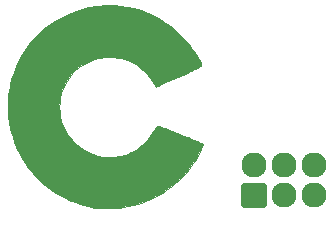
<source format=gbr>
G04 #@! TF.GenerationSoftware,KiCad,Pcbnew,(5.1.10)-1*
G04 #@! TF.CreationDate,2021-09-01T23:54:38-05:00*
G04 #@! TF.ProjectId,Bsides-KC-2021-WireX-Sponsor-SAO-SVG2Shenzen v1_00 (Paths),42736964-6573-42d4-9b43-2d323032312d,rev?*
G04 #@! TF.SameCoordinates,Original*
G04 #@! TF.FileFunction,Soldermask,Top*
G04 #@! TF.FilePolarity,Negative*
%FSLAX46Y46*%
G04 Gerber Fmt 4.6, Leading zero omitted, Abs format (unit mm)*
G04 Created by KiCad (PCBNEW (5.1.10)-1) date 2021-09-01 23:54:38*
%MOMM*%
%LPD*%
G01*
G04 APERTURE LIST*
%ADD10C,0.010000*%
%ADD11C,2.127200*%
%ADD12O,2.127200X2.127200*%
G04 APERTURE END LIST*
D10*
G04 #@! TO.C,G\u002A\u002A\u002A*
G36*
X137643854Y-92387696D02*
G01*
X137874318Y-92392266D01*
X138088442Y-92400826D01*
X138276569Y-92413379D01*
X138383584Y-92424064D01*
X139001596Y-92517686D01*
X139603884Y-92650471D01*
X140190144Y-92822321D01*
X140760072Y-93033134D01*
X141313365Y-93282812D01*
X141814190Y-93550645D01*
X142164683Y-93768617D01*
X142515032Y-94018410D01*
X142867856Y-94302158D01*
X143225771Y-94621994D01*
X143591395Y-94980053D01*
X143683432Y-95074875D01*
X143970109Y-95382169D01*
X144224751Y-95675391D01*
X144452264Y-95961146D01*
X144657553Y-96246040D01*
X144845524Y-96536676D01*
X145021083Y-96839661D01*
X145091599Y-96970861D01*
X145166657Y-97116446D01*
X145221460Y-97230287D01*
X145257684Y-97316849D01*
X145277003Y-97380598D01*
X145281093Y-97426000D01*
X145273154Y-97454836D01*
X145236920Y-97493880D01*
X145162808Y-97547653D01*
X145052297Y-97615295D01*
X144906867Y-97695946D01*
X144727998Y-97788746D01*
X144531895Y-97885704D01*
X144456296Y-97921631D01*
X144351044Y-97970571D01*
X144219679Y-98030943D01*
X144065744Y-98101167D01*
X143892780Y-98179660D01*
X143704328Y-98264842D01*
X143503931Y-98355132D01*
X143295130Y-98448948D01*
X143081466Y-98544709D01*
X142866482Y-98640833D01*
X142653718Y-98735741D01*
X142446717Y-98827850D01*
X142249019Y-98915579D01*
X142064168Y-98997347D01*
X141895704Y-99071574D01*
X141747168Y-99136677D01*
X141622104Y-99191075D01*
X141524051Y-99233188D01*
X141456552Y-99261434D01*
X141423149Y-99274231D01*
X141420466Y-99274834D01*
X141404237Y-99257451D01*
X141371609Y-99209709D01*
X141326812Y-99138214D01*
X141274079Y-99049573D01*
X141254428Y-99015542D01*
X141185575Y-98898462D01*
X141108975Y-98773154D01*
X141034121Y-98654896D01*
X140972383Y-98561694D01*
X140723430Y-98235818D01*
X140443129Y-97936780D01*
X140134466Y-97666655D01*
X139800426Y-97427519D01*
X139443996Y-97221447D01*
X139068164Y-97050514D01*
X138675914Y-96916796D01*
X138560192Y-96885447D01*
X138196085Y-96810588D01*
X137817000Y-96766664D01*
X137432510Y-96753794D01*
X137052183Y-96772095D01*
X136685591Y-96821684D01*
X136502226Y-96860193D01*
X136169816Y-96956153D01*
X135835254Y-97084496D01*
X135505999Y-97241015D01*
X135189512Y-97421505D01*
X134893255Y-97621759D01*
X134624688Y-97837571D01*
X134419794Y-98034258D01*
X134230156Y-98253142D01*
X134045452Y-98503299D01*
X133873236Y-98773751D01*
X133727467Y-99040692D01*
X133565998Y-99407803D01*
X133440180Y-99791492D01*
X133350040Y-100187379D01*
X133295600Y-100591086D01*
X133276885Y-100998235D01*
X133293919Y-101404447D01*
X133346727Y-101805344D01*
X133435332Y-102196546D01*
X133559758Y-102573676D01*
X133706127Y-102904917D01*
X133898968Y-103243224D01*
X134128267Y-103564275D01*
X134390793Y-103865546D01*
X134683316Y-104144513D01*
X135002605Y-104398651D01*
X135345431Y-104625437D01*
X135708564Y-104822346D01*
X136088772Y-104986854D01*
X136482827Y-105116436D01*
X136563977Y-105138188D01*
X136926705Y-105215521D01*
X137279420Y-105256617D01*
X137629358Y-105261439D01*
X137983756Y-105229947D01*
X138349850Y-105162102D01*
X138489417Y-105127856D01*
X138793279Y-105040368D01*
X139064528Y-104943647D01*
X139312567Y-104833639D01*
X139546796Y-104706288D01*
X139716769Y-104598496D01*
X139992206Y-104398889D01*
X140260710Y-104176143D01*
X140516465Y-103936329D01*
X140753658Y-103685516D01*
X140966474Y-103429774D01*
X141149100Y-103175172D01*
X141268160Y-102978917D01*
X141334829Y-102865630D01*
X141402428Y-102763305D01*
X141466373Y-102677855D01*
X141522082Y-102615188D01*
X141564973Y-102581215D01*
X141579914Y-102576834D01*
X141604535Y-102584368D01*
X141664777Y-102605997D01*
X141756891Y-102640264D01*
X141877127Y-102685707D01*
X142021733Y-102740869D01*
X142186960Y-102804289D01*
X142369058Y-102874510D01*
X142564275Y-102950071D01*
X142768863Y-103029514D01*
X142979071Y-103111379D01*
X143191148Y-103194207D01*
X143401344Y-103276539D01*
X143605909Y-103356917D01*
X143801093Y-103433880D01*
X143983145Y-103505970D01*
X144148315Y-103571727D01*
X144292853Y-103629692D01*
X144413009Y-103678407D01*
X144447834Y-103692682D01*
X144682455Y-103790205D01*
X144887614Y-103877548D01*
X145061671Y-103953956D01*
X145202987Y-104018675D01*
X145309923Y-104070949D01*
X145380841Y-104110025D01*
X145414100Y-104135147D01*
X145416133Y-104138544D01*
X145419927Y-104160300D01*
X145416009Y-104191561D01*
X145402641Y-104236582D01*
X145378083Y-104299620D01*
X145340596Y-104384931D01*
X145288442Y-104496771D01*
X145219880Y-104639396D01*
X145167751Y-104746417D01*
X144889917Y-105273434D01*
X144586978Y-105767642D01*
X144256672Y-106231874D01*
X143896734Y-106668964D01*
X143504903Y-107081744D01*
X143078915Y-107473049D01*
X142816000Y-107690723D01*
X142335212Y-108047705D01*
X141834232Y-108367571D01*
X141312968Y-108650361D01*
X140771327Y-108896111D01*
X140209217Y-109104861D01*
X139626546Y-109276647D01*
X139023221Y-109411509D01*
X138399149Y-109509483D01*
X138394167Y-109510107D01*
X138286853Y-109520461D01*
X138144778Y-109529612D01*
X137975496Y-109537442D01*
X137786566Y-109543833D01*
X137585544Y-109548667D01*
X137379988Y-109551827D01*
X137177454Y-109553193D01*
X136985498Y-109552648D01*
X136811679Y-109550075D01*
X136663553Y-109545355D01*
X136554194Y-109538831D01*
X136285567Y-109506460D01*
X135988309Y-109452090D01*
X135668528Y-109377923D01*
X135332329Y-109286157D01*
X134985818Y-109178993D01*
X134635100Y-109058631D01*
X134286283Y-108927270D01*
X133945471Y-108787111D01*
X133618770Y-108640353D01*
X133312288Y-108489196D01*
X133032129Y-108335840D01*
X132784399Y-108182485D01*
X132778302Y-108178422D01*
X132456616Y-107950510D01*
X132132449Y-107695980D01*
X131811591Y-107420518D01*
X131499828Y-107129808D01*
X131202949Y-106829535D01*
X130926741Y-106525384D01*
X130676992Y-106223040D01*
X130459491Y-105928187D01*
X130404720Y-105847084D01*
X130195242Y-105509724D01*
X129992733Y-105144148D01*
X129799970Y-104757344D01*
X129619730Y-104356302D01*
X129454788Y-103948012D01*
X129307920Y-103539465D01*
X129181904Y-103137649D01*
X129079514Y-102749556D01*
X129003528Y-102382175D01*
X128985989Y-102275034D01*
X128964916Y-102103951D01*
X128948068Y-101899296D01*
X128935414Y-101668168D01*
X128926925Y-101417667D01*
X128922571Y-101154891D01*
X128922324Y-100886940D01*
X128926153Y-100620914D01*
X128934028Y-100363910D01*
X128945921Y-100123029D01*
X128961803Y-99905370D01*
X128981642Y-99718032D01*
X128997051Y-99613500D01*
X129048735Y-99349454D01*
X129117498Y-99058729D01*
X129200293Y-98751889D01*
X129294074Y-98439498D01*
X129395793Y-98132119D01*
X129502404Y-97840316D01*
X129525792Y-97780325D01*
X129768761Y-97219512D01*
X130044218Y-96685805D01*
X130351877Y-96179521D01*
X130691451Y-95700974D01*
X131062654Y-95250482D01*
X131465201Y-94828358D01*
X131898805Y-94434919D01*
X132363179Y-94070480D01*
X132858038Y-93735357D01*
X133383095Y-93429864D01*
X133552253Y-93341072D01*
X134097150Y-93084067D01*
X134650033Y-92867392D01*
X135214201Y-92690049D01*
X135792954Y-92551041D01*
X136389592Y-92449371D01*
X136584417Y-92424608D01*
X136751732Y-92409268D01*
X136950989Y-92397903D01*
X137172533Y-92390518D01*
X137406707Y-92387115D01*
X137643854Y-92387696D01*
G37*
X137643854Y-92387696D02*
X137874318Y-92392266D01*
X138088442Y-92400826D01*
X138276569Y-92413379D01*
X138383584Y-92424064D01*
X139001596Y-92517686D01*
X139603884Y-92650471D01*
X140190144Y-92822321D01*
X140760072Y-93033134D01*
X141313365Y-93282812D01*
X141814190Y-93550645D01*
X142164683Y-93768617D01*
X142515032Y-94018410D01*
X142867856Y-94302158D01*
X143225771Y-94621994D01*
X143591395Y-94980053D01*
X143683432Y-95074875D01*
X143970109Y-95382169D01*
X144224751Y-95675391D01*
X144452264Y-95961146D01*
X144657553Y-96246040D01*
X144845524Y-96536676D01*
X145021083Y-96839661D01*
X145091599Y-96970861D01*
X145166657Y-97116446D01*
X145221460Y-97230287D01*
X145257684Y-97316849D01*
X145277003Y-97380598D01*
X145281093Y-97426000D01*
X145273154Y-97454836D01*
X145236920Y-97493880D01*
X145162808Y-97547653D01*
X145052297Y-97615295D01*
X144906867Y-97695946D01*
X144727998Y-97788746D01*
X144531895Y-97885704D01*
X144456296Y-97921631D01*
X144351044Y-97970571D01*
X144219679Y-98030943D01*
X144065744Y-98101167D01*
X143892780Y-98179660D01*
X143704328Y-98264842D01*
X143503931Y-98355132D01*
X143295130Y-98448948D01*
X143081466Y-98544709D01*
X142866482Y-98640833D01*
X142653718Y-98735741D01*
X142446717Y-98827850D01*
X142249019Y-98915579D01*
X142064168Y-98997347D01*
X141895704Y-99071574D01*
X141747168Y-99136677D01*
X141622104Y-99191075D01*
X141524051Y-99233188D01*
X141456552Y-99261434D01*
X141423149Y-99274231D01*
X141420466Y-99274834D01*
X141404237Y-99257451D01*
X141371609Y-99209709D01*
X141326812Y-99138214D01*
X141274079Y-99049573D01*
X141254428Y-99015542D01*
X141185575Y-98898462D01*
X141108975Y-98773154D01*
X141034121Y-98654896D01*
X140972383Y-98561694D01*
X140723430Y-98235818D01*
X140443129Y-97936780D01*
X140134466Y-97666655D01*
X139800426Y-97427519D01*
X139443996Y-97221447D01*
X139068164Y-97050514D01*
X138675914Y-96916796D01*
X138560192Y-96885447D01*
X138196085Y-96810588D01*
X137817000Y-96766664D01*
X137432510Y-96753794D01*
X137052183Y-96772095D01*
X136685591Y-96821684D01*
X136502226Y-96860193D01*
X136169816Y-96956153D01*
X135835254Y-97084496D01*
X135505999Y-97241015D01*
X135189512Y-97421505D01*
X134893255Y-97621759D01*
X134624688Y-97837571D01*
X134419794Y-98034258D01*
X134230156Y-98253142D01*
X134045452Y-98503299D01*
X133873236Y-98773751D01*
X133727467Y-99040692D01*
X133565998Y-99407803D01*
X133440180Y-99791492D01*
X133350040Y-100187379D01*
X133295600Y-100591086D01*
X133276885Y-100998235D01*
X133293919Y-101404447D01*
X133346727Y-101805344D01*
X133435332Y-102196546D01*
X133559758Y-102573676D01*
X133706127Y-102904917D01*
X133898968Y-103243224D01*
X134128267Y-103564275D01*
X134390793Y-103865546D01*
X134683316Y-104144513D01*
X135002605Y-104398651D01*
X135345431Y-104625437D01*
X135708564Y-104822346D01*
X136088772Y-104986854D01*
X136482827Y-105116436D01*
X136563977Y-105138188D01*
X136926705Y-105215521D01*
X137279420Y-105256617D01*
X137629358Y-105261439D01*
X137983756Y-105229947D01*
X138349850Y-105162102D01*
X138489417Y-105127856D01*
X138793279Y-105040368D01*
X139064528Y-104943647D01*
X139312567Y-104833639D01*
X139546796Y-104706288D01*
X139716769Y-104598496D01*
X139992206Y-104398889D01*
X140260710Y-104176143D01*
X140516465Y-103936329D01*
X140753658Y-103685516D01*
X140966474Y-103429774D01*
X141149100Y-103175172D01*
X141268160Y-102978917D01*
X141334829Y-102865630D01*
X141402428Y-102763305D01*
X141466373Y-102677855D01*
X141522082Y-102615188D01*
X141564973Y-102581215D01*
X141579914Y-102576834D01*
X141604535Y-102584368D01*
X141664777Y-102605997D01*
X141756891Y-102640264D01*
X141877127Y-102685707D01*
X142021733Y-102740869D01*
X142186960Y-102804289D01*
X142369058Y-102874510D01*
X142564275Y-102950071D01*
X142768863Y-103029514D01*
X142979071Y-103111379D01*
X143191148Y-103194207D01*
X143401344Y-103276539D01*
X143605909Y-103356917D01*
X143801093Y-103433880D01*
X143983145Y-103505970D01*
X144148315Y-103571727D01*
X144292853Y-103629692D01*
X144413009Y-103678407D01*
X144447834Y-103692682D01*
X144682455Y-103790205D01*
X144887614Y-103877548D01*
X145061671Y-103953956D01*
X145202987Y-104018675D01*
X145309923Y-104070949D01*
X145380841Y-104110025D01*
X145414100Y-104135147D01*
X145416133Y-104138544D01*
X145419927Y-104160300D01*
X145416009Y-104191561D01*
X145402641Y-104236582D01*
X145378083Y-104299620D01*
X145340596Y-104384931D01*
X145288442Y-104496771D01*
X145219880Y-104639396D01*
X145167751Y-104746417D01*
X144889917Y-105273434D01*
X144586978Y-105767642D01*
X144256672Y-106231874D01*
X143896734Y-106668964D01*
X143504903Y-107081744D01*
X143078915Y-107473049D01*
X142816000Y-107690723D01*
X142335212Y-108047705D01*
X141834232Y-108367571D01*
X141312968Y-108650361D01*
X140771327Y-108896111D01*
X140209217Y-109104861D01*
X139626546Y-109276647D01*
X139023221Y-109411509D01*
X138399149Y-109509483D01*
X138394167Y-109510107D01*
X138286853Y-109520461D01*
X138144778Y-109529612D01*
X137975496Y-109537442D01*
X137786566Y-109543833D01*
X137585544Y-109548667D01*
X137379988Y-109551827D01*
X137177454Y-109553193D01*
X136985498Y-109552648D01*
X136811679Y-109550075D01*
X136663553Y-109545355D01*
X136554194Y-109538831D01*
X136285567Y-109506460D01*
X135988309Y-109452090D01*
X135668528Y-109377923D01*
X135332329Y-109286157D01*
X134985818Y-109178993D01*
X134635100Y-109058631D01*
X134286283Y-108927270D01*
X133945471Y-108787111D01*
X133618770Y-108640353D01*
X133312288Y-108489196D01*
X133032129Y-108335840D01*
X132784399Y-108182485D01*
X132778302Y-108178422D01*
X132456616Y-107950510D01*
X132132449Y-107695980D01*
X131811591Y-107420518D01*
X131499828Y-107129808D01*
X131202949Y-106829535D01*
X130926741Y-106525384D01*
X130676992Y-106223040D01*
X130459491Y-105928187D01*
X130404720Y-105847084D01*
X130195242Y-105509724D01*
X129992733Y-105144148D01*
X129799970Y-104757344D01*
X129619730Y-104356302D01*
X129454788Y-103948012D01*
X129307920Y-103539465D01*
X129181904Y-103137649D01*
X129079514Y-102749556D01*
X129003528Y-102382175D01*
X128985989Y-102275034D01*
X128964916Y-102103951D01*
X128948068Y-101899296D01*
X128935414Y-101668168D01*
X128926925Y-101417667D01*
X128922571Y-101154891D01*
X128922324Y-100886940D01*
X128926153Y-100620914D01*
X128934028Y-100363910D01*
X128945921Y-100123029D01*
X128961803Y-99905370D01*
X128981642Y-99718032D01*
X128997051Y-99613500D01*
X129048735Y-99349454D01*
X129117498Y-99058729D01*
X129200293Y-98751889D01*
X129294074Y-98439498D01*
X129395793Y-98132119D01*
X129502404Y-97840316D01*
X129525792Y-97780325D01*
X129768761Y-97219512D01*
X130044218Y-96685805D01*
X130351877Y-96179521D01*
X130691451Y-95700974D01*
X131062654Y-95250482D01*
X131465201Y-94828358D01*
X131898805Y-94434919D01*
X132363179Y-94070480D01*
X132858038Y-93735357D01*
X133383095Y-93429864D01*
X133552253Y-93341072D01*
X134097150Y-93084067D01*
X134650033Y-92867392D01*
X135214201Y-92690049D01*
X135792954Y-92551041D01*
X136389592Y-92449371D01*
X136584417Y-92424608D01*
X136751732Y-92409268D01*
X136950989Y-92397903D01*
X137172533Y-92390518D01*
X137406707Y-92387115D01*
X137643854Y-92387696D01*
G04 #@! TD*
D11*
G04 #@! TO.C,X1*
X154830200Y-105948400D03*
X154830200Y-108488400D03*
D12*
X152290200Y-105948400D03*
X152290200Y-108488400D03*
X149750200Y-105948400D03*
G36*
G01*
X148886600Y-107424800D02*
X150613800Y-107424800D01*
G75*
G02*
X150813800Y-107624800I0J-200000D01*
G01*
X150813800Y-109352000D01*
G75*
G02*
X150613800Y-109552000I-200000J0D01*
G01*
X148886600Y-109552000D01*
G75*
G02*
X148686600Y-109352000I0J200000D01*
G01*
X148686600Y-107624800D01*
G75*
G02*
X148886600Y-107424800I200000J0D01*
G01*
G37*
G04 #@! TD*
M02*

</source>
